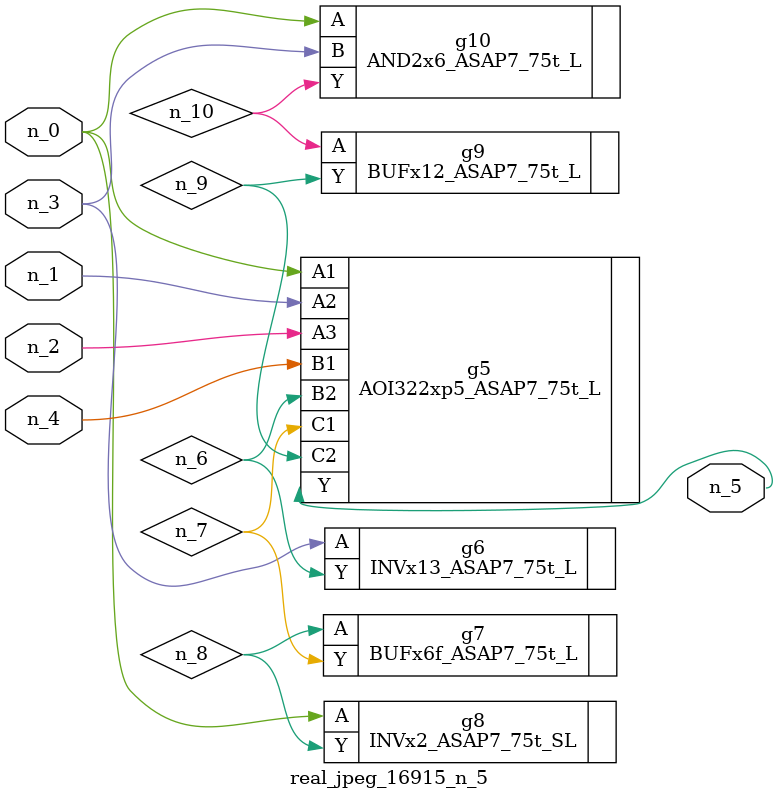
<source format=v>
module real_jpeg_16915_n_5 (n_4, n_0, n_1, n_2, n_3, n_5);

input n_4;
input n_0;
input n_1;
input n_2;
input n_3;

output n_5;

wire n_8;
wire n_6;
wire n_7;
wire n_10;
wire n_9;

AOI322xp5_ASAP7_75t_L g5 ( 
.A1(n_0),
.A2(n_1),
.A3(n_2),
.B1(n_4),
.B2(n_6),
.C1(n_7),
.C2(n_9),
.Y(n_5)
);

INVx2_ASAP7_75t_SL g8 ( 
.A(n_0),
.Y(n_8)
);

AND2x6_ASAP7_75t_L g10 ( 
.A(n_0),
.B(n_3),
.Y(n_10)
);

INVx13_ASAP7_75t_L g6 ( 
.A(n_3),
.Y(n_6)
);

BUFx6f_ASAP7_75t_L g7 ( 
.A(n_8),
.Y(n_7)
);

BUFx12_ASAP7_75t_L g9 ( 
.A(n_10),
.Y(n_9)
);


endmodule
</source>
